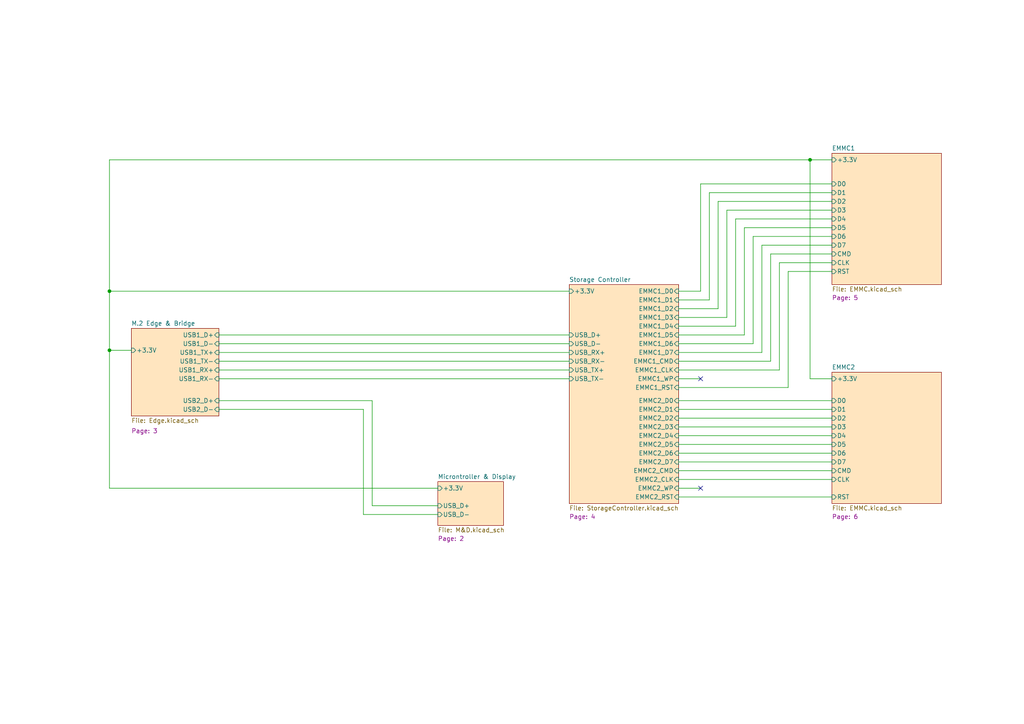
<source format=kicad_sch>
(kicad_sch (version 20211123) (generator eeschema)
  (paper "A4")
  (title_block (title "M.2 SSD With Display") (date "2023-08-05") (rev "1.0") (company "Will Schoenfeld"))
  (lib_symbols)
  (junction (at 31.75 101.6))
  (junction (at 31.75 84.455))
  (junction (at 234.95 46.355))
  (no_connect (at 203.2 109.855))
  (no_connect (at 203.2 141.605))
  (wire (pts (xy 223.52 104.775) (xy 223.52 73.66)))
  (wire (pts (xy 218.44 99.695) (xy 218.44 68.58)))
  (wire (pts (xy 196.85 136.525) (xy 241.3 136.525)))
  (wire (pts (xy 196.85 128.905) (xy 241.3 128.905)))
  (wire (pts (xy 196.85 109.855) (xy 203.2 109.855)))
  (wire (pts (xy 196.85 94.615) (xy 213.36 94.615)))
  (wire (pts (xy 196.85 84.455) (xy 203.2 84.455)))
  (wire (pts (xy 63.5 97.155) (xy 165.1 97.155)))
  (wire (pts (xy 215.9 66.04) (xy 215.9 97.155)))
  (wire (pts (xy 226.06 107.315) (xy 196.85 107.315)))
  (wire (pts (xy 196.85 99.695) (xy 218.44 99.695)))
  (wire (pts (xy 127 141.605) (xy 31.75 141.605)))
  (wire (pts (xy 63.5 109.855) (xy 165.1 109.855)))
  (wire (pts (xy 226.06 76.2) (xy 226.06 107.315)))
  (wire (pts (xy 228.6 78.74) (xy 241.3 78.74)))
  (wire (pts (xy 196.85 141.605) (xy 203.2 141.605)))
  (wire (pts (xy 210.82 92.075) (xy 196.85 92.075)))
  (wire (pts (xy 105.41 118.745) (xy 63.5 118.745)))
  (wire (pts (xy 241.3 71.12) (xy 220.98 71.12)))
  (wire (pts (xy 63.5 102.235) (xy 165.1 102.235)))
  (wire (pts (xy 234.95 46.355) (xy 241.3 46.355)))
  (wire (pts (xy 31.75 101.6) (xy 31.75 141.605)))
  (wire (pts (xy 196.85 121.285) (xy 241.3 121.285)))
  (wire (pts (xy 196.85 116.205) (xy 241.3 116.205)))
  (wire (pts (xy 234.95 46.355) (xy 31.75 46.355)))
  (wire (pts (xy 241.3 55.88) (xy 205.74 55.88)))
  (wire (pts (xy 127 146.685) (xy 107.95 146.685)))
  (wire (pts (xy 196.85 144.145) (xy 241.3 144.145)))
  (wire (pts (xy 220.98 102.235) (xy 196.85 102.235)))
  (wire (pts (xy 220.98 71.12) (xy 220.98 102.235)))
  (wire (pts (xy 218.44 68.58) (xy 241.3 68.58)))
  (wire (pts (xy 196.85 112.395) (xy 228.6 112.395)))
  (wire (pts (xy 208.28 58.42) (xy 241.3 58.42)))
  (wire (pts (xy 196.85 126.365) (xy 241.3 126.365)))
  (wire (pts (xy 31.75 84.455) (xy 31.75 101.6)))
  (wire (pts (xy 208.28 89.535) (xy 208.28 58.42)))
  (wire (pts (xy 107.95 116.205) (xy 107.95 146.685)))
  (wire (pts (xy 196.85 89.535) (xy 208.28 89.535)))
  (wire (pts (xy 63.5 99.695) (xy 165.1 99.695)))
  (wire (pts (xy 196.85 139.065) (xy 241.3 139.065)))
  (wire (pts (xy 63.5 116.205) (xy 107.95 116.205)))
  (wire (pts (xy 31.75 46.355) (xy 31.75 84.455)))
  (wire (pts (xy 210.82 60.96) (xy 210.82 92.075)))
  (wire (pts (xy 234.95 109.855) (xy 234.95 46.355)))
  (wire (pts (xy 213.36 94.615) (xy 213.36 63.5)))
  (wire (pts (xy 203.2 53.34) (xy 241.3 53.34)))
  (wire (pts (xy 241.3 109.855) (xy 234.95 109.855)))
  (wire (pts (xy 215.9 97.155) (xy 196.85 97.155)))
  (wire (pts (xy 213.36 63.5) (xy 241.3 63.5)))
  (wire (pts (xy 63.5 107.315) (xy 165.1 107.315)))
  (wire (pts (xy 196.85 123.825) (xy 241.3 123.825)))
  (wire (pts (xy 241.3 66.04) (xy 215.9 66.04)))
  (wire (pts (xy 205.74 86.995) (xy 196.85 86.995)))
  (wire (pts (xy 228.6 112.395) (xy 228.6 78.74)))
  (wire (pts (xy 203.2 84.455) (xy 203.2 53.34)))
  (wire (pts (xy 38.1 101.6) (xy 31.75 101.6)))
  (wire (pts (xy 241.3 76.2) (xy 226.06 76.2)))
  (wire (pts (xy 205.74 55.88) (xy 205.74 86.995)))
  (wire (pts (xy 63.5 104.775) (xy 165.1 104.775)))
  (wire (pts (xy 241.3 60.96) (xy 210.82 60.96)))
  (wire (pts (xy 105.41 118.745) (xy 105.41 149.225)))
  (wire (pts (xy 127 149.225) (xy 105.41 149.225)))
  (wire (pts (xy 196.85 131.445) (xy 241.3 131.445)))
  (wire (pts (xy 196.85 104.775) (xy 223.52 104.775)))
  (wire (pts (xy 196.85 133.985) (xy 241.3 133.985)))
  (wire (pts (xy 165.1 84.455) (xy 31.75 84.455)))
  (wire (pts (xy 196.85 118.745) (xy 241.3 118.745)))
  (wire (pts (xy 223.52 73.66) (xy 241.3 73.66)))
  (sheet (at 127 139.7) (size 19.05 12.7) (stroke (width 0.1524)) (fill (color 255 229 191 1.0000))
    (property "Sheet name" "Microntroller & Display" (at 127 138.9884 0) (effects (justify left bottom)))
    (property "Sheet file" "M&D.kicad_sch" (at 127 152.9846 0) (effects (justify left top)))
    (property "Page" "Page: 2" (at 130.81 156.21 0))
    (pin "USB_D+" input (at 127 146.685 180))
    (pin "USB_D-" input (at 127 149.225 180))
    (pin "+3.3V" input (at 127 141.605 180))
  )
  (sheet (at 241.3 107.95) (size 31.75 38.1) (stroke (width 0.1524)) (fill (color 255 229 191 1.0000))
    (property "Sheet name" "EMMC2" (at 241.3 107.2384 0) (effects (justify left bottom)))
    (property "Sheet file" "EMMC.kicad_sch" (at 241.3 146.6346 0) (effects (justify left top)))
    (property "Page" "Page: 6" (at 245.11 149.86 0))
    (pin "CLK" input (at 241.3 139.065 180))
    (pin "RST" input (at 241.3 144.145 180))
    (pin "D0" input (at 241.3 116.205 180))
    (pin "D4" input (at 241.3 126.365 180))
    (pin "D1" input (at 241.3 118.745 180))
    (pin "D2" input (at 241.3 121.285 180))
    (pin "D3" input (at 241.3 123.825 180))
    (pin "CMD" input (at 241.3 136.525 180))
    (pin "D5" input (at 241.3 128.905 180))
    (pin "D6" input (at 241.3 131.445 180))
    (pin "D7" input (at 241.3 133.985 180))
    (pin "+3.3V" input (at 241.3 109.855 180))
  )
  (sheet (at 241.3 44.45) (size 31.75 38.1) (stroke (width 0.1524)) (fill (color 255 229 191 1.0000))
    (property "Sheet name" "EMMC1" (at 241.3 43.7384 0) (effects (justify left bottom)))
    (property "Sheet file" "EMMC.kicad_sch" (at 241.3 83.1346 0) (effects (justify left top)))
    (property "Page" "Page: 5" (at 245.11 86.36 0))
    (pin "CLK" input (at 241.3 76.2 180))
    (pin "RST" input (at 241.3 78.74 180))
    (pin "D0" input (at 241.3 53.34 180))
    (pin "D4" input (at 241.3 63.5 180))
    (pin "D1" input (at 241.3 55.88 180))
    (pin "D2" input (at 241.3 58.42 180))
    (pin "D3" input (at 241.3 60.96 180))
    (pin "CMD" input (at 241.3 73.66 180))
    (pin "D5" input (at 241.3 66.04 180))
    (pin "D6" input (at 241.3 68.58 180))
    (pin "D7" input (at 241.3 71.12 180))
    (pin "+3.3V" input (at 241.3 46.355 180))
  )
  (sheet (at 165.1 82.55) (size 31.75 63.5) (stroke (width 0.1524)) (fill (color 255 229 191 1.0000))
    (property "Sheet name" "Storage Controller" (at 165.1 81.8384 0) (effects (justify left bottom)))
    (property "Sheet file" "StorageController.kicad_sch" (at 165.1 146.6346 0) (effects (justify left top)))
    (property "Page" "Page: 4" (at 165.1 149.86 0) (effects (justify left)))
    (pin "+3.3V" input (at 165.1 84.455 180))
    (pin "USB_TX+" input (at 165.1 107.315 180))
    (pin "USB_D-" input (at 165.1 99.695 180))
    (pin "USB_D+" input (at 165.1 97.155 180))
    (pin "USB_RX-" input (at 165.1 104.775 180))
    (pin "USB_RX+" input (at 165.1 102.235 180))
    (pin "USB_TX-" input (at 165.1 109.855 180))
    (pin "EMMC2_RST" input (at 196.85 144.145 0))
    (pin "EMMC2_D6" input (at 196.85 131.445 0))
    (pin "EMMC2_D5" input (at 196.85 128.905 0))
    (pin "EMMC2_D7" input (at 196.85 133.985 0))
    (pin "EMMC2_D4" input (at 196.85 126.365 0))
    (pin "EMMC2_WP" input (at 196.85 141.605 0))
    (pin "EMMC2_CLK" input (at 196.85 139.065 0))
    (pin "EMMC2_CMD" input (at 196.85 136.525 0))
    (pin "EMMC2_D3" input (at 196.85 123.825 0))
    (pin "EMMC2_D0" input (at 196.85 116.205 0))
    (pin "EMMC2_D2" input (at 196.85 121.285 0))
    (pin "EMMC2_D1" input (at 196.85 118.745 0))
    (pin "EMMC1_RST" input (at 196.85 112.395 0))
    (pin "EMMC1_D7" input (at 196.85 102.235 0))
    (pin "EMMC1_D5" input (at 196.85 97.155 0))
    (pin "EMMC1_D4" input (at 196.85 94.615 0))
    (pin "EMMC1_D6" input (at 196.85 99.695 0))
    (pin "EMMC1_CLK" input (at 196.85 107.315 0))
    (pin "EMMC1_WP" input (at 196.85 109.855 0))
    (pin "EMMC1_CMD" input (at 196.85 104.775 0))
    (pin "EMMC1_D1" input (at 196.85 86.995 0))
    (pin "EMMC1_D0" input (at 196.85 84.455 0))
    (pin "EMMC1_D3" input (at 196.85 92.075 0))
    (pin "EMMC1_D2" input (at 196.85 89.535 0))
  )
  (sheet (at 38.1 95.25) (size 25.4 25.4) (stroke (width 0.1524)) (fill (color 255 229 191 1.0000))
    (property "Sheet name" "M.2 Edge & Bridge" (at 38.1 94.5384 0) (effects (justify left bottom)))
    (property "Sheet file" "Edge.kicad_sch" (at 38.1 121.2346 0) (effects (justify left top)))
    (property "Page" "Page: 3" (at 38.1 125.73 0) (effects (justify left bottom)))
    (pin "USB1_TX+" input (at 63.5 102.235 0))
    (pin "USB1_D+" input (at 63.5 97.155 0))
    (pin "USB1_D-" input (at 63.5 99.695 0))
    (pin "USB1_TX-" input (at 63.5 104.775 0))
    (pin "USB1_RX-" input (at 63.5 109.855 0))
    (pin "USB1_RX+" input (at 63.5 107.315 0))
    (pin "USB2_D+" input (at 63.5 116.205 0))
    (pin "USB2_D-" input (at 63.5 118.745 0))
    (pin "+3.3V" input (at 38.1 101.6 180))
  )
)
</source>
